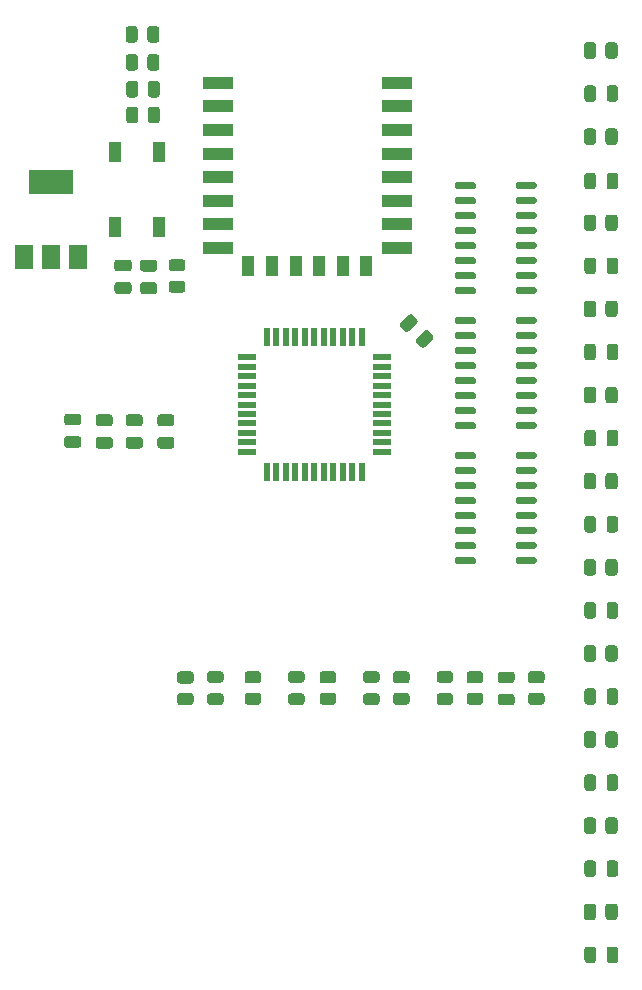
<source format=gtp>
G04 #@! TF.GenerationSoftware,KiCad,Pcbnew,(5.1.12)-1*
G04 #@! TF.CreationDate,2021-11-18T21:12:02+02:00*
G04 #@! TF.ProjectId,SmartHome,536d6172-7448-46f6-9d65-2e6b69636164,rev?*
G04 #@! TF.SameCoordinates,Original*
G04 #@! TF.FileFunction,Paste,Top*
G04 #@! TF.FilePolarity,Positive*
%FSLAX46Y46*%
G04 Gerber Fmt 4.6, Leading zero omitted, Abs format (unit mm)*
G04 Created by KiCad (PCBNEW (5.1.12)-1) date 2021-11-18 21:12:02*
%MOMM*%
%LPD*%
G01*
G04 APERTURE LIST*
%ADD10R,2.500000X1.000000*%
%ADD11R,1.000000X1.800000*%
%ADD12R,0.550000X1.500000*%
%ADD13R,1.500000X0.550000*%
%ADD14R,1.000000X1.700000*%
%ADD15R,3.800000X2.000000*%
%ADD16R,1.500000X2.000000*%
G04 APERTURE END LIST*
D10*
X164405000Y62682000D03*
X164405000Y60682000D03*
X164405000Y58682000D03*
X164405000Y56682000D03*
X164405000Y54682000D03*
X164405000Y52682000D03*
X164405000Y50682000D03*
X164405000Y48682000D03*
D11*
X167005000Y47182000D03*
X169005000Y47182000D03*
X171005000Y47182000D03*
X173005000Y47182000D03*
X175005000Y47182000D03*
X177005000Y47182000D03*
D10*
X179605000Y48682000D03*
X179605000Y50682000D03*
X179605000Y52682000D03*
X179605000Y54682000D03*
X179605000Y56682000D03*
X179605000Y58682000D03*
X179605000Y60682000D03*
X179605000Y62682000D03*
D12*
X168593000Y41133000D03*
X169393000Y41133000D03*
X170193000Y41133000D03*
X170993000Y41133000D03*
X171793000Y41133000D03*
X172593000Y41133000D03*
X173393000Y41133000D03*
X174193000Y41133000D03*
X174993000Y41133000D03*
X175793000Y41133000D03*
X176593000Y41133000D03*
D13*
X178293000Y39433000D03*
X178293000Y38633000D03*
X178293000Y37833000D03*
X178293000Y37033000D03*
X178293000Y36233000D03*
X178293000Y35433000D03*
X178293000Y34633000D03*
X178293000Y33833000D03*
X178293000Y33033000D03*
X178293000Y32233000D03*
X178293000Y31433000D03*
D12*
X176593000Y29733000D03*
X175793000Y29733000D03*
X174993000Y29733000D03*
X174193000Y29733000D03*
X173393000Y29733000D03*
X172593000Y29733000D03*
X171793000Y29733000D03*
X170993000Y29733000D03*
X170193000Y29733000D03*
X169393000Y29733000D03*
X168593000Y29733000D03*
D13*
X166893000Y31433000D03*
X166893000Y32233000D03*
X166893000Y33033000D03*
X166893000Y33833000D03*
X166893000Y34633000D03*
X166893000Y35433000D03*
X166893000Y36233000D03*
X166893000Y37033000D03*
X166893000Y37833000D03*
X166893000Y38633000D03*
X166893000Y39433000D03*
G36*
G01*
X189660000Y53825000D02*
X189660000Y54125000D01*
G75*
G02*
X189810000Y54275000I150000J0D01*
G01*
X191260000Y54275000D01*
G75*
G02*
X191410000Y54125000I0J-150000D01*
G01*
X191410000Y53825000D01*
G75*
G02*
X191260000Y53675000I-150000J0D01*
G01*
X189810000Y53675000D01*
G75*
G02*
X189660000Y53825000I0J150000D01*
G01*
G37*
G36*
G01*
X189660000Y52555000D02*
X189660000Y52855000D01*
G75*
G02*
X189810000Y53005000I150000J0D01*
G01*
X191260000Y53005000D01*
G75*
G02*
X191410000Y52855000I0J-150000D01*
G01*
X191410000Y52555000D01*
G75*
G02*
X191260000Y52405000I-150000J0D01*
G01*
X189810000Y52405000D01*
G75*
G02*
X189660000Y52555000I0J150000D01*
G01*
G37*
G36*
G01*
X189660000Y51285000D02*
X189660000Y51585000D01*
G75*
G02*
X189810000Y51735000I150000J0D01*
G01*
X191260000Y51735000D01*
G75*
G02*
X191410000Y51585000I0J-150000D01*
G01*
X191410000Y51285000D01*
G75*
G02*
X191260000Y51135000I-150000J0D01*
G01*
X189810000Y51135000D01*
G75*
G02*
X189660000Y51285000I0J150000D01*
G01*
G37*
G36*
G01*
X189660000Y50015000D02*
X189660000Y50315000D01*
G75*
G02*
X189810000Y50465000I150000J0D01*
G01*
X191260000Y50465000D01*
G75*
G02*
X191410000Y50315000I0J-150000D01*
G01*
X191410000Y50015000D01*
G75*
G02*
X191260000Y49865000I-150000J0D01*
G01*
X189810000Y49865000D01*
G75*
G02*
X189660000Y50015000I0J150000D01*
G01*
G37*
G36*
G01*
X189660000Y48745000D02*
X189660000Y49045000D01*
G75*
G02*
X189810000Y49195000I150000J0D01*
G01*
X191260000Y49195000D01*
G75*
G02*
X191410000Y49045000I0J-150000D01*
G01*
X191410000Y48745000D01*
G75*
G02*
X191260000Y48595000I-150000J0D01*
G01*
X189810000Y48595000D01*
G75*
G02*
X189660000Y48745000I0J150000D01*
G01*
G37*
G36*
G01*
X189660000Y47475000D02*
X189660000Y47775000D01*
G75*
G02*
X189810000Y47925000I150000J0D01*
G01*
X191260000Y47925000D01*
G75*
G02*
X191410000Y47775000I0J-150000D01*
G01*
X191410000Y47475000D01*
G75*
G02*
X191260000Y47325000I-150000J0D01*
G01*
X189810000Y47325000D01*
G75*
G02*
X189660000Y47475000I0J150000D01*
G01*
G37*
G36*
G01*
X189660000Y46205000D02*
X189660000Y46505000D01*
G75*
G02*
X189810000Y46655000I150000J0D01*
G01*
X191260000Y46655000D01*
G75*
G02*
X191410000Y46505000I0J-150000D01*
G01*
X191410000Y46205000D01*
G75*
G02*
X191260000Y46055000I-150000J0D01*
G01*
X189810000Y46055000D01*
G75*
G02*
X189660000Y46205000I0J150000D01*
G01*
G37*
G36*
G01*
X189660000Y44935000D02*
X189660000Y45235000D01*
G75*
G02*
X189810000Y45385000I150000J0D01*
G01*
X191260000Y45385000D01*
G75*
G02*
X191410000Y45235000I0J-150000D01*
G01*
X191410000Y44935000D01*
G75*
G02*
X191260000Y44785000I-150000J0D01*
G01*
X189810000Y44785000D01*
G75*
G02*
X189660000Y44935000I0J150000D01*
G01*
G37*
G36*
G01*
X184510000Y44935000D02*
X184510000Y45235000D01*
G75*
G02*
X184660000Y45385000I150000J0D01*
G01*
X186110000Y45385000D01*
G75*
G02*
X186260000Y45235000I0J-150000D01*
G01*
X186260000Y44935000D01*
G75*
G02*
X186110000Y44785000I-150000J0D01*
G01*
X184660000Y44785000D01*
G75*
G02*
X184510000Y44935000I0J150000D01*
G01*
G37*
G36*
G01*
X184510000Y46205000D02*
X184510000Y46505000D01*
G75*
G02*
X184660000Y46655000I150000J0D01*
G01*
X186110000Y46655000D01*
G75*
G02*
X186260000Y46505000I0J-150000D01*
G01*
X186260000Y46205000D01*
G75*
G02*
X186110000Y46055000I-150000J0D01*
G01*
X184660000Y46055000D01*
G75*
G02*
X184510000Y46205000I0J150000D01*
G01*
G37*
G36*
G01*
X184510000Y47475000D02*
X184510000Y47775000D01*
G75*
G02*
X184660000Y47925000I150000J0D01*
G01*
X186110000Y47925000D01*
G75*
G02*
X186260000Y47775000I0J-150000D01*
G01*
X186260000Y47475000D01*
G75*
G02*
X186110000Y47325000I-150000J0D01*
G01*
X184660000Y47325000D01*
G75*
G02*
X184510000Y47475000I0J150000D01*
G01*
G37*
G36*
G01*
X184510000Y48745000D02*
X184510000Y49045000D01*
G75*
G02*
X184660000Y49195000I150000J0D01*
G01*
X186110000Y49195000D01*
G75*
G02*
X186260000Y49045000I0J-150000D01*
G01*
X186260000Y48745000D01*
G75*
G02*
X186110000Y48595000I-150000J0D01*
G01*
X184660000Y48595000D01*
G75*
G02*
X184510000Y48745000I0J150000D01*
G01*
G37*
G36*
G01*
X184510000Y50015000D02*
X184510000Y50315000D01*
G75*
G02*
X184660000Y50465000I150000J0D01*
G01*
X186110000Y50465000D01*
G75*
G02*
X186260000Y50315000I0J-150000D01*
G01*
X186260000Y50015000D01*
G75*
G02*
X186110000Y49865000I-150000J0D01*
G01*
X184660000Y49865000D01*
G75*
G02*
X184510000Y50015000I0J150000D01*
G01*
G37*
G36*
G01*
X184510000Y51285000D02*
X184510000Y51585000D01*
G75*
G02*
X184660000Y51735000I150000J0D01*
G01*
X186110000Y51735000D01*
G75*
G02*
X186260000Y51585000I0J-150000D01*
G01*
X186260000Y51285000D01*
G75*
G02*
X186110000Y51135000I-150000J0D01*
G01*
X184660000Y51135000D01*
G75*
G02*
X184510000Y51285000I0J150000D01*
G01*
G37*
G36*
G01*
X184510000Y52555000D02*
X184510000Y52855000D01*
G75*
G02*
X184660000Y53005000I150000J0D01*
G01*
X186110000Y53005000D01*
G75*
G02*
X186260000Y52855000I0J-150000D01*
G01*
X186260000Y52555000D01*
G75*
G02*
X186110000Y52405000I-150000J0D01*
G01*
X184660000Y52405000D01*
G75*
G02*
X184510000Y52555000I0J150000D01*
G01*
G37*
G36*
G01*
X184510000Y53825000D02*
X184510000Y54125000D01*
G75*
G02*
X184660000Y54275000I150000J0D01*
G01*
X186110000Y54275000D01*
G75*
G02*
X186260000Y54125000I0J-150000D01*
G01*
X186260000Y53825000D01*
G75*
G02*
X186110000Y53675000I-150000J0D01*
G01*
X184660000Y53675000D01*
G75*
G02*
X184510000Y53825000I0J150000D01*
G01*
G37*
G36*
G01*
X189660000Y30965000D02*
X189660000Y31265000D01*
G75*
G02*
X189810000Y31415000I150000J0D01*
G01*
X191260000Y31415000D01*
G75*
G02*
X191410000Y31265000I0J-150000D01*
G01*
X191410000Y30965000D01*
G75*
G02*
X191260000Y30815000I-150000J0D01*
G01*
X189810000Y30815000D01*
G75*
G02*
X189660000Y30965000I0J150000D01*
G01*
G37*
G36*
G01*
X189660000Y29695000D02*
X189660000Y29995000D01*
G75*
G02*
X189810000Y30145000I150000J0D01*
G01*
X191260000Y30145000D01*
G75*
G02*
X191410000Y29995000I0J-150000D01*
G01*
X191410000Y29695000D01*
G75*
G02*
X191260000Y29545000I-150000J0D01*
G01*
X189810000Y29545000D01*
G75*
G02*
X189660000Y29695000I0J150000D01*
G01*
G37*
G36*
G01*
X189660000Y28425000D02*
X189660000Y28725000D01*
G75*
G02*
X189810000Y28875000I150000J0D01*
G01*
X191260000Y28875000D01*
G75*
G02*
X191410000Y28725000I0J-150000D01*
G01*
X191410000Y28425000D01*
G75*
G02*
X191260000Y28275000I-150000J0D01*
G01*
X189810000Y28275000D01*
G75*
G02*
X189660000Y28425000I0J150000D01*
G01*
G37*
G36*
G01*
X189660000Y27155000D02*
X189660000Y27455000D01*
G75*
G02*
X189810000Y27605000I150000J0D01*
G01*
X191260000Y27605000D01*
G75*
G02*
X191410000Y27455000I0J-150000D01*
G01*
X191410000Y27155000D01*
G75*
G02*
X191260000Y27005000I-150000J0D01*
G01*
X189810000Y27005000D01*
G75*
G02*
X189660000Y27155000I0J150000D01*
G01*
G37*
G36*
G01*
X189660000Y25885000D02*
X189660000Y26185000D01*
G75*
G02*
X189810000Y26335000I150000J0D01*
G01*
X191260000Y26335000D01*
G75*
G02*
X191410000Y26185000I0J-150000D01*
G01*
X191410000Y25885000D01*
G75*
G02*
X191260000Y25735000I-150000J0D01*
G01*
X189810000Y25735000D01*
G75*
G02*
X189660000Y25885000I0J150000D01*
G01*
G37*
G36*
G01*
X189660000Y24615000D02*
X189660000Y24915000D01*
G75*
G02*
X189810000Y25065000I150000J0D01*
G01*
X191260000Y25065000D01*
G75*
G02*
X191410000Y24915000I0J-150000D01*
G01*
X191410000Y24615000D01*
G75*
G02*
X191260000Y24465000I-150000J0D01*
G01*
X189810000Y24465000D01*
G75*
G02*
X189660000Y24615000I0J150000D01*
G01*
G37*
G36*
G01*
X189660000Y23345000D02*
X189660000Y23645000D01*
G75*
G02*
X189810000Y23795000I150000J0D01*
G01*
X191260000Y23795000D01*
G75*
G02*
X191410000Y23645000I0J-150000D01*
G01*
X191410000Y23345000D01*
G75*
G02*
X191260000Y23195000I-150000J0D01*
G01*
X189810000Y23195000D01*
G75*
G02*
X189660000Y23345000I0J150000D01*
G01*
G37*
G36*
G01*
X189660000Y22075000D02*
X189660000Y22375000D01*
G75*
G02*
X189810000Y22525000I150000J0D01*
G01*
X191260000Y22525000D01*
G75*
G02*
X191410000Y22375000I0J-150000D01*
G01*
X191410000Y22075000D01*
G75*
G02*
X191260000Y21925000I-150000J0D01*
G01*
X189810000Y21925000D01*
G75*
G02*
X189660000Y22075000I0J150000D01*
G01*
G37*
G36*
G01*
X184510000Y22075000D02*
X184510000Y22375000D01*
G75*
G02*
X184660000Y22525000I150000J0D01*
G01*
X186110000Y22525000D01*
G75*
G02*
X186260000Y22375000I0J-150000D01*
G01*
X186260000Y22075000D01*
G75*
G02*
X186110000Y21925000I-150000J0D01*
G01*
X184660000Y21925000D01*
G75*
G02*
X184510000Y22075000I0J150000D01*
G01*
G37*
G36*
G01*
X184510000Y23345000D02*
X184510000Y23645000D01*
G75*
G02*
X184660000Y23795000I150000J0D01*
G01*
X186110000Y23795000D01*
G75*
G02*
X186260000Y23645000I0J-150000D01*
G01*
X186260000Y23345000D01*
G75*
G02*
X186110000Y23195000I-150000J0D01*
G01*
X184660000Y23195000D01*
G75*
G02*
X184510000Y23345000I0J150000D01*
G01*
G37*
G36*
G01*
X184510000Y24615000D02*
X184510000Y24915000D01*
G75*
G02*
X184660000Y25065000I150000J0D01*
G01*
X186110000Y25065000D01*
G75*
G02*
X186260000Y24915000I0J-150000D01*
G01*
X186260000Y24615000D01*
G75*
G02*
X186110000Y24465000I-150000J0D01*
G01*
X184660000Y24465000D01*
G75*
G02*
X184510000Y24615000I0J150000D01*
G01*
G37*
G36*
G01*
X184510000Y25885000D02*
X184510000Y26185000D01*
G75*
G02*
X184660000Y26335000I150000J0D01*
G01*
X186110000Y26335000D01*
G75*
G02*
X186260000Y26185000I0J-150000D01*
G01*
X186260000Y25885000D01*
G75*
G02*
X186110000Y25735000I-150000J0D01*
G01*
X184660000Y25735000D01*
G75*
G02*
X184510000Y25885000I0J150000D01*
G01*
G37*
G36*
G01*
X184510000Y27155000D02*
X184510000Y27455000D01*
G75*
G02*
X184660000Y27605000I150000J0D01*
G01*
X186110000Y27605000D01*
G75*
G02*
X186260000Y27455000I0J-150000D01*
G01*
X186260000Y27155000D01*
G75*
G02*
X186110000Y27005000I-150000J0D01*
G01*
X184660000Y27005000D01*
G75*
G02*
X184510000Y27155000I0J150000D01*
G01*
G37*
G36*
G01*
X184510000Y28425000D02*
X184510000Y28725000D01*
G75*
G02*
X184660000Y28875000I150000J0D01*
G01*
X186110000Y28875000D01*
G75*
G02*
X186260000Y28725000I0J-150000D01*
G01*
X186260000Y28425000D01*
G75*
G02*
X186110000Y28275000I-150000J0D01*
G01*
X184660000Y28275000D01*
G75*
G02*
X184510000Y28425000I0J150000D01*
G01*
G37*
G36*
G01*
X184510000Y29695000D02*
X184510000Y29995000D01*
G75*
G02*
X184660000Y30145000I150000J0D01*
G01*
X186110000Y30145000D01*
G75*
G02*
X186260000Y29995000I0J-150000D01*
G01*
X186260000Y29695000D01*
G75*
G02*
X186110000Y29545000I-150000J0D01*
G01*
X184660000Y29545000D01*
G75*
G02*
X184510000Y29695000I0J150000D01*
G01*
G37*
G36*
G01*
X184510000Y30965000D02*
X184510000Y31265000D01*
G75*
G02*
X184660000Y31415000I150000J0D01*
G01*
X186110000Y31415000D01*
G75*
G02*
X186260000Y31265000I0J-150000D01*
G01*
X186260000Y30965000D01*
G75*
G02*
X186110000Y30815000I-150000J0D01*
G01*
X184660000Y30815000D01*
G75*
G02*
X184510000Y30965000I0J150000D01*
G01*
G37*
G36*
G01*
X189660000Y42395000D02*
X189660000Y42695000D01*
G75*
G02*
X189810000Y42845000I150000J0D01*
G01*
X191260000Y42845000D01*
G75*
G02*
X191410000Y42695000I0J-150000D01*
G01*
X191410000Y42395000D01*
G75*
G02*
X191260000Y42245000I-150000J0D01*
G01*
X189810000Y42245000D01*
G75*
G02*
X189660000Y42395000I0J150000D01*
G01*
G37*
G36*
G01*
X189660000Y41125000D02*
X189660000Y41425000D01*
G75*
G02*
X189810000Y41575000I150000J0D01*
G01*
X191260000Y41575000D01*
G75*
G02*
X191410000Y41425000I0J-150000D01*
G01*
X191410000Y41125000D01*
G75*
G02*
X191260000Y40975000I-150000J0D01*
G01*
X189810000Y40975000D01*
G75*
G02*
X189660000Y41125000I0J150000D01*
G01*
G37*
G36*
G01*
X189660000Y39855000D02*
X189660000Y40155000D01*
G75*
G02*
X189810000Y40305000I150000J0D01*
G01*
X191260000Y40305000D01*
G75*
G02*
X191410000Y40155000I0J-150000D01*
G01*
X191410000Y39855000D01*
G75*
G02*
X191260000Y39705000I-150000J0D01*
G01*
X189810000Y39705000D01*
G75*
G02*
X189660000Y39855000I0J150000D01*
G01*
G37*
G36*
G01*
X189660000Y38585000D02*
X189660000Y38885000D01*
G75*
G02*
X189810000Y39035000I150000J0D01*
G01*
X191260000Y39035000D01*
G75*
G02*
X191410000Y38885000I0J-150000D01*
G01*
X191410000Y38585000D01*
G75*
G02*
X191260000Y38435000I-150000J0D01*
G01*
X189810000Y38435000D01*
G75*
G02*
X189660000Y38585000I0J150000D01*
G01*
G37*
G36*
G01*
X189660000Y37315000D02*
X189660000Y37615000D01*
G75*
G02*
X189810000Y37765000I150000J0D01*
G01*
X191260000Y37765000D01*
G75*
G02*
X191410000Y37615000I0J-150000D01*
G01*
X191410000Y37315000D01*
G75*
G02*
X191260000Y37165000I-150000J0D01*
G01*
X189810000Y37165000D01*
G75*
G02*
X189660000Y37315000I0J150000D01*
G01*
G37*
G36*
G01*
X189660000Y36045000D02*
X189660000Y36345000D01*
G75*
G02*
X189810000Y36495000I150000J0D01*
G01*
X191260000Y36495000D01*
G75*
G02*
X191410000Y36345000I0J-150000D01*
G01*
X191410000Y36045000D01*
G75*
G02*
X191260000Y35895000I-150000J0D01*
G01*
X189810000Y35895000D01*
G75*
G02*
X189660000Y36045000I0J150000D01*
G01*
G37*
G36*
G01*
X189660000Y34775000D02*
X189660000Y35075000D01*
G75*
G02*
X189810000Y35225000I150000J0D01*
G01*
X191260000Y35225000D01*
G75*
G02*
X191410000Y35075000I0J-150000D01*
G01*
X191410000Y34775000D01*
G75*
G02*
X191260000Y34625000I-150000J0D01*
G01*
X189810000Y34625000D01*
G75*
G02*
X189660000Y34775000I0J150000D01*
G01*
G37*
G36*
G01*
X189660000Y33505000D02*
X189660000Y33805000D01*
G75*
G02*
X189810000Y33955000I150000J0D01*
G01*
X191260000Y33955000D01*
G75*
G02*
X191410000Y33805000I0J-150000D01*
G01*
X191410000Y33505000D01*
G75*
G02*
X191260000Y33355000I-150000J0D01*
G01*
X189810000Y33355000D01*
G75*
G02*
X189660000Y33505000I0J150000D01*
G01*
G37*
G36*
G01*
X184510000Y33505000D02*
X184510000Y33805000D01*
G75*
G02*
X184660000Y33955000I150000J0D01*
G01*
X186110000Y33955000D01*
G75*
G02*
X186260000Y33805000I0J-150000D01*
G01*
X186260000Y33505000D01*
G75*
G02*
X186110000Y33355000I-150000J0D01*
G01*
X184660000Y33355000D01*
G75*
G02*
X184510000Y33505000I0J150000D01*
G01*
G37*
G36*
G01*
X184510000Y34775000D02*
X184510000Y35075000D01*
G75*
G02*
X184660000Y35225000I150000J0D01*
G01*
X186110000Y35225000D01*
G75*
G02*
X186260000Y35075000I0J-150000D01*
G01*
X186260000Y34775000D01*
G75*
G02*
X186110000Y34625000I-150000J0D01*
G01*
X184660000Y34625000D01*
G75*
G02*
X184510000Y34775000I0J150000D01*
G01*
G37*
G36*
G01*
X184510000Y36045000D02*
X184510000Y36345000D01*
G75*
G02*
X184660000Y36495000I150000J0D01*
G01*
X186110000Y36495000D01*
G75*
G02*
X186260000Y36345000I0J-150000D01*
G01*
X186260000Y36045000D01*
G75*
G02*
X186110000Y35895000I-150000J0D01*
G01*
X184660000Y35895000D01*
G75*
G02*
X184510000Y36045000I0J150000D01*
G01*
G37*
G36*
G01*
X184510000Y37315000D02*
X184510000Y37615000D01*
G75*
G02*
X184660000Y37765000I150000J0D01*
G01*
X186110000Y37765000D01*
G75*
G02*
X186260000Y37615000I0J-150000D01*
G01*
X186260000Y37315000D01*
G75*
G02*
X186110000Y37165000I-150000J0D01*
G01*
X184660000Y37165000D01*
G75*
G02*
X184510000Y37315000I0J150000D01*
G01*
G37*
G36*
G01*
X184510000Y38585000D02*
X184510000Y38885000D01*
G75*
G02*
X184660000Y39035000I150000J0D01*
G01*
X186110000Y39035000D01*
G75*
G02*
X186260000Y38885000I0J-150000D01*
G01*
X186260000Y38585000D01*
G75*
G02*
X186110000Y38435000I-150000J0D01*
G01*
X184660000Y38435000D01*
G75*
G02*
X184510000Y38585000I0J150000D01*
G01*
G37*
G36*
G01*
X184510000Y39855000D02*
X184510000Y40155000D01*
G75*
G02*
X184660000Y40305000I150000J0D01*
G01*
X186110000Y40305000D01*
G75*
G02*
X186260000Y40155000I0J-150000D01*
G01*
X186260000Y39855000D01*
G75*
G02*
X186110000Y39705000I-150000J0D01*
G01*
X184660000Y39705000D01*
G75*
G02*
X184510000Y39855000I0J150000D01*
G01*
G37*
G36*
G01*
X184510000Y41125000D02*
X184510000Y41425000D01*
G75*
G02*
X184660000Y41575000I150000J0D01*
G01*
X186110000Y41575000D01*
G75*
G02*
X186260000Y41425000I0J-150000D01*
G01*
X186260000Y41125000D01*
G75*
G02*
X186110000Y40975000I-150000J0D01*
G01*
X184660000Y40975000D01*
G75*
G02*
X184510000Y41125000I0J150000D01*
G01*
G37*
G36*
G01*
X184510000Y42395000D02*
X184510000Y42695000D01*
G75*
G02*
X184660000Y42845000I150000J0D01*
G01*
X186110000Y42845000D01*
G75*
G02*
X186260000Y42695000I0J-150000D01*
G01*
X186260000Y42395000D01*
G75*
G02*
X186110000Y42245000I-150000J0D01*
G01*
X184660000Y42245000D01*
G75*
G02*
X184510000Y42395000I0J150000D01*
G01*
G37*
G36*
G01*
X174186001Y11830000D02*
X173285999Y11830000D01*
G75*
G02*
X173036000Y12079999I0J249999D01*
G01*
X173036000Y12605001D01*
G75*
G02*
X173285999Y12855000I249999J0D01*
G01*
X174186001Y12855000D01*
G75*
G02*
X174436000Y12605001I0J-249999D01*
G01*
X174436000Y12079999D01*
G75*
G02*
X174186001Y11830000I-249999J0D01*
G01*
G37*
G36*
G01*
X174186001Y10005000D02*
X173285999Y10005000D01*
G75*
G02*
X173036000Y10254999I0J249999D01*
G01*
X173036000Y10780001D01*
G75*
G02*
X173285999Y11030000I249999J0D01*
G01*
X174186001Y11030000D01*
G75*
G02*
X174436000Y10780001I0J-249999D01*
G01*
X174436000Y10254999D01*
G75*
G02*
X174186001Y10005000I-249999J0D01*
G01*
G37*
G36*
G01*
X167836001Y11830000D02*
X166935999Y11830000D01*
G75*
G02*
X166686000Y12079999I0J249999D01*
G01*
X166686000Y12605001D01*
G75*
G02*
X166935999Y12855000I249999J0D01*
G01*
X167836001Y12855000D01*
G75*
G02*
X168086000Y12605001I0J-249999D01*
G01*
X168086000Y12079999D01*
G75*
G02*
X167836001Y11830000I-249999J0D01*
G01*
G37*
G36*
G01*
X167836001Y10005000D02*
X166935999Y10005000D01*
G75*
G02*
X166686000Y10254999I0J249999D01*
G01*
X166686000Y10780001D01*
G75*
G02*
X166935999Y11030000I249999J0D01*
G01*
X167836001Y11030000D01*
G75*
G02*
X168086000Y10780001I0J-249999D01*
G01*
X168086000Y10254999D01*
G75*
G02*
X167836001Y10005000I-249999J0D01*
G01*
G37*
G36*
G01*
X186632001Y11830000D02*
X185731999Y11830000D01*
G75*
G02*
X185482000Y12079999I0J249999D01*
G01*
X185482000Y12605001D01*
G75*
G02*
X185731999Y12855000I249999J0D01*
G01*
X186632001Y12855000D01*
G75*
G02*
X186882000Y12605001I0J-249999D01*
G01*
X186882000Y12079999D01*
G75*
G02*
X186632001Y11830000I-249999J0D01*
G01*
G37*
G36*
G01*
X186632001Y10005000D02*
X185731999Y10005000D01*
G75*
G02*
X185482000Y10254999I0J249999D01*
G01*
X185482000Y10780001D01*
G75*
G02*
X185731999Y11030000I249999J0D01*
G01*
X186632001Y11030000D01*
G75*
G02*
X186882000Y10780001I0J-249999D01*
G01*
X186882000Y10254999D01*
G75*
G02*
X186632001Y10005000I-249999J0D01*
G01*
G37*
G36*
G01*
X180409001Y11830000D02*
X179508999Y11830000D01*
G75*
G02*
X179259000Y12079999I0J249999D01*
G01*
X179259000Y12605001D01*
G75*
G02*
X179508999Y12855000I249999J0D01*
G01*
X180409001Y12855000D01*
G75*
G02*
X180659000Y12605001I0J-249999D01*
G01*
X180659000Y12079999D01*
G75*
G02*
X180409001Y11830000I-249999J0D01*
G01*
G37*
G36*
G01*
X180409001Y10005000D02*
X179508999Y10005000D01*
G75*
G02*
X179259000Y10254999I0J249999D01*
G01*
X179259000Y10780001D01*
G75*
G02*
X179508999Y11030000I249999J0D01*
G01*
X180409001Y11030000D01*
G75*
G02*
X180659000Y10780001I0J-249999D01*
G01*
X180659000Y10254999D01*
G75*
G02*
X180409001Y10005000I-249999J0D01*
G01*
G37*
G36*
G01*
X197250000Y-7967581D02*
X197250000Y-7067579D01*
G75*
G02*
X197499999Y-6817580I249999J0D01*
G01*
X198025001Y-6817580D01*
G75*
G02*
X198275000Y-7067579I0J-249999D01*
G01*
X198275000Y-7967581D01*
G75*
G02*
X198025001Y-8217580I-249999J0D01*
G01*
X197499999Y-8217580D01*
G75*
G02*
X197250000Y-7967581I0J249999D01*
G01*
G37*
G36*
G01*
X195425000Y-7967581D02*
X195425000Y-7067579D01*
G75*
G02*
X195674999Y-6817580I249999J0D01*
G01*
X196200001Y-6817580D01*
G75*
G02*
X196450000Y-7067579I0J-249999D01*
G01*
X196450000Y-7967581D01*
G75*
G02*
X196200001Y-8217580I-249999J0D01*
G01*
X195674999Y-8217580D01*
G75*
G02*
X195425000Y-7967581I0J249999D01*
G01*
G37*
G36*
G01*
X191839001Y11830000D02*
X190938999Y11830000D01*
G75*
G02*
X190689000Y12079999I0J249999D01*
G01*
X190689000Y12605001D01*
G75*
G02*
X190938999Y12855000I249999J0D01*
G01*
X191839001Y12855000D01*
G75*
G02*
X192089000Y12605001I0J-249999D01*
G01*
X192089000Y12079999D01*
G75*
G02*
X191839001Y11830000I-249999J0D01*
G01*
G37*
G36*
G01*
X191839001Y10005000D02*
X190938999Y10005000D01*
G75*
G02*
X190689000Y10254999I0J249999D01*
G01*
X190689000Y10780001D01*
G75*
G02*
X190938999Y11030000I249999J0D01*
G01*
X191839001Y11030000D01*
G75*
G02*
X192089000Y10780001I0J-249999D01*
G01*
X192089000Y10254999D01*
G75*
G02*
X191839001Y10005000I-249999J0D01*
G01*
G37*
G36*
G01*
X197250000Y6616935D02*
X197250000Y7516937D01*
G75*
G02*
X197499999Y7766936I249999J0D01*
G01*
X198025001Y7766936D01*
G75*
G02*
X198275000Y7516937I0J-249999D01*
G01*
X198275000Y6616935D01*
G75*
G02*
X198025001Y6366936I-249999J0D01*
G01*
X197499999Y6366936D01*
G75*
G02*
X197250000Y6616935I0J249999D01*
G01*
G37*
G36*
G01*
X195425000Y6616935D02*
X195425000Y7516937D01*
G75*
G02*
X195674999Y7766936I249999J0D01*
G01*
X196200001Y7766936D01*
G75*
G02*
X196450000Y7516937I0J-249999D01*
G01*
X196450000Y6616935D01*
G75*
G02*
X196200001Y6366936I-249999J0D01*
G01*
X195674999Y6366936D01*
G75*
G02*
X195425000Y6616935I0J249999D01*
G01*
G37*
G36*
G01*
X197250000Y-675323D02*
X197250000Y224679D01*
G75*
G02*
X197499999Y474678I249999J0D01*
G01*
X198025001Y474678D01*
G75*
G02*
X198275000Y224679I0J-249999D01*
G01*
X198275000Y-675323D01*
G75*
G02*
X198025001Y-925322I-249999J0D01*
G01*
X197499999Y-925322D01*
G75*
G02*
X197250000Y-675323I0J249999D01*
G01*
G37*
G36*
G01*
X195425000Y-675323D02*
X195425000Y224679D01*
G75*
G02*
X195674999Y474678I249999J0D01*
G01*
X196200001Y474678D01*
G75*
G02*
X196450000Y224679I0J-249999D01*
G01*
X196450000Y-675323D01*
G75*
G02*
X196200001Y-925322I-249999J0D01*
G01*
X195674999Y-925322D01*
G75*
G02*
X195425000Y-675323I0J249999D01*
G01*
G37*
G36*
G01*
X197250000Y21201451D02*
X197250000Y22101453D01*
G75*
G02*
X197499999Y22351452I249999J0D01*
G01*
X198025001Y22351452D01*
G75*
G02*
X198275000Y22101453I0J-249999D01*
G01*
X198275000Y21201451D01*
G75*
G02*
X198025001Y20951452I-249999J0D01*
G01*
X197499999Y20951452D01*
G75*
G02*
X197250000Y21201451I0J249999D01*
G01*
G37*
G36*
G01*
X195425000Y21201451D02*
X195425000Y22101453D01*
G75*
G02*
X195674999Y22351452I249999J0D01*
G01*
X196200001Y22351452D01*
G75*
G02*
X196450000Y22101453I0J-249999D01*
G01*
X196450000Y21201451D01*
G75*
G02*
X196200001Y20951452I-249999J0D01*
G01*
X195674999Y20951452D01*
G75*
G02*
X195425000Y21201451I0J249999D01*
G01*
G37*
G36*
G01*
X197250000Y13909193D02*
X197250000Y14809195D01*
G75*
G02*
X197499999Y15059194I249999J0D01*
G01*
X198025001Y15059194D01*
G75*
G02*
X198275000Y14809195I0J-249999D01*
G01*
X198275000Y13909193D01*
G75*
G02*
X198025001Y13659194I-249999J0D01*
G01*
X197499999Y13659194D01*
G75*
G02*
X197250000Y13909193I0J249999D01*
G01*
G37*
G36*
G01*
X195425000Y13909193D02*
X195425000Y14809195D01*
G75*
G02*
X195674999Y15059194I249999J0D01*
G01*
X196200001Y15059194D01*
G75*
G02*
X196450000Y14809195I0J-249999D01*
G01*
X196450000Y13909193D01*
G75*
G02*
X196200001Y13659194I-249999J0D01*
G01*
X195674999Y13659194D01*
G75*
G02*
X195425000Y13909193I0J249999D01*
G01*
G37*
G36*
G01*
X197250000Y35785967D02*
X197250000Y36685969D01*
G75*
G02*
X197499999Y36935968I249999J0D01*
G01*
X198025001Y36935968D01*
G75*
G02*
X198275000Y36685969I0J-249999D01*
G01*
X198275000Y35785967D01*
G75*
G02*
X198025001Y35535968I-249999J0D01*
G01*
X197499999Y35535968D01*
G75*
G02*
X197250000Y35785967I0J249999D01*
G01*
G37*
G36*
G01*
X195425000Y35785967D02*
X195425000Y36685969D01*
G75*
G02*
X195674999Y36935968I249999J0D01*
G01*
X196200001Y36935968D01*
G75*
G02*
X196450000Y36685969I0J-249999D01*
G01*
X196450000Y35785967D01*
G75*
G02*
X196200001Y35535968I-249999J0D01*
G01*
X195674999Y35535968D01*
G75*
G02*
X195425000Y35785967I0J249999D01*
G01*
G37*
G36*
G01*
X197250000Y28493709D02*
X197250000Y29393711D01*
G75*
G02*
X197499999Y29643710I249999J0D01*
G01*
X198025001Y29643710D01*
G75*
G02*
X198275000Y29393711I0J-249999D01*
G01*
X198275000Y28493709D01*
G75*
G02*
X198025001Y28243710I-249999J0D01*
G01*
X197499999Y28243710D01*
G75*
G02*
X197250000Y28493709I0J249999D01*
G01*
G37*
G36*
G01*
X195425000Y28493709D02*
X195425000Y29393711D01*
G75*
G02*
X195674999Y29643710I249999J0D01*
G01*
X196200001Y29643710D01*
G75*
G02*
X196450000Y29393711I0J-249999D01*
G01*
X196450000Y28493709D01*
G75*
G02*
X196200001Y28243710I-249999J0D01*
G01*
X195674999Y28243710D01*
G75*
G02*
X195425000Y28493709I0J249999D01*
G01*
G37*
G36*
G01*
X197250000Y50370483D02*
X197250000Y51270485D01*
G75*
G02*
X197499999Y51520484I249999J0D01*
G01*
X198025001Y51520484D01*
G75*
G02*
X198275000Y51270485I0J-249999D01*
G01*
X198275000Y50370483D01*
G75*
G02*
X198025001Y50120484I-249999J0D01*
G01*
X197499999Y50120484D01*
G75*
G02*
X197250000Y50370483I0J249999D01*
G01*
G37*
G36*
G01*
X195425000Y50370483D02*
X195425000Y51270485D01*
G75*
G02*
X195674999Y51520484I249999J0D01*
G01*
X196200001Y51520484D01*
G75*
G02*
X196450000Y51270485I0J-249999D01*
G01*
X196450000Y50370483D01*
G75*
G02*
X196200001Y50120484I-249999J0D01*
G01*
X195674999Y50120484D01*
G75*
G02*
X195425000Y50370483I0J249999D01*
G01*
G37*
G36*
G01*
X197250000Y43078225D02*
X197250000Y43978227D01*
G75*
G02*
X197499999Y44228226I249999J0D01*
G01*
X198025001Y44228226D01*
G75*
G02*
X198275000Y43978227I0J-249999D01*
G01*
X198275000Y43078225D01*
G75*
G02*
X198025001Y42828226I-249999J0D01*
G01*
X197499999Y42828226D01*
G75*
G02*
X197250000Y43078225I0J249999D01*
G01*
G37*
G36*
G01*
X195425000Y43078225D02*
X195425000Y43978227D01*
G75*
G02*
X195674999Y44228226I249999J0D01*
G01*
X196200001Y44228226D01*
G75*
G02*
X196450000Y43978227I0J-249999D01*
G01*
X196450000Y43078225D01*
G75*
G02*
X196200001Y42828226I-249999J0D01*
G01*
X195674999Y42828226D01*
G75*
G02*
X195425000Y43078225I0J249999D01*
G01*
G37*
G36*
G01*
X197250000Y64954999D02*
X197250000Y65855001D01*
G75*
G02*
X197499999Y66105000I249999J0D01*
G01*
X198025001Y66105000D01*
G75*
G02*
X198275000Y65855001I0J-249999D01*
G01*
X198275000Y64954999D01*
G75*
G02*
X198025001Y64705000I-249999J0D01*
G01*
X197499999Y64705000D01*
G75*
G02*
X197250000Y64954999I0J249999D01*
G01*
G37*
G36*
G01*
X195425000Y64954999D02*
X195425000Y65855001D01*
G75*
G02*
X195674999Y66105000I249999J0D01*
G01*
X196200001Y66105000D01*
G75*
G02*
X196450000Y65855001I0J-249999D01*
G01*
X196450000Y64954999D01*
G75*
G02*
X196200001Y64705000I-249999J0D01*
G01*
X195674999Y64705000D01*
G75*
G02*
X195425000Y64954999I0J249999D01*
G01*
G37*
G36*
G01*
X197250000Y57662741D02*
X197250000Y58562743D01*
G75*
G02*
X197499999Y58812742I249999J0D01*
G01*
X198025001Y58812742D01*
G75*
G02*
X198275000Y58562743I0J-249999D01*
G01*
X198275000Y57662741D01*
G75*
G02*
X198025001Y57412742I-249999J0D01*
G01*
X197499999Y57412742D01*
G75*
G02*
X197250000Y57662741I0J249999D01*
G01*
G37*
G36*
G01*
X195425000Y57662741D02*
X195425000Y58562743D01*
G75*
G02*
X195674999Y58812742I249999J0D01*
G01*
X196200001Y58812742D01*
G75*
G02*
X196450000Y58562743I0J-249999D01*
G01*
X196450000Y57662741D01*
G75*
G02*
X196200001Y57412742I-249999J0D01*
G01*
X195674999Y57412742D01*
G75*
G02*
X195425000Y57662741I0J249999D01*
G01*
G37*
G36*
G01*
X170612750Y10980000D02*
X171525250Y10980000D01*
G75*
G02*
X171769000Y10736250I0J-243750D01*
G01*
X171769000Y10248750D01*
G75*
G02*
X171525250Y10005000I-243750J0D01*
G01*
X170612750Y10005000D01*
G75*
G02*
X170369000Y10248750I0J243750D01*
G01*
X170369000Y10736250D01*
G75*
G02*
X170612750Y10980000I243750J0D01*
G01*
G37*
G36*
G01*
X170612750Y12855000D02*
X171525250Y12855000D01*
G75*
G02*
X171769000Y12611250I0J-243750D01*
G01*
X171769000Y12123750D01*
G75*
G02*
X171525250Y11880000I-243750J0D01*
G01*
X170612750Y11880000D01*
G75*
G02*
X170369000Y12123750I0J243750D01*
G01*
X170369000Y12611250D01*
G75*
G02*
X170612750Y12855000I243750J0D01*
G01*
G37*
G36*
G01*
X163754750Y10980000D02*
X164667250Y10980000D01*
G75*
G02*
X164911000Y10736250I0J-243750D01*
G01*
X164911000Y10248750D01*
G75*
G02*
X164667250Y10005000I-243750J0D01*
G01*
X163754750Y10005000D01*
G75*
G02*
X163511000Y10248750I0J243750D01*
G01*
X163511000Y10736250D01*
G75*
G02*
X163754750Y10980000I243750J0D01*
G01*
G37*
G36*
G01*
X163754750Y12855000D02*
X164667250Y12855000D01*
G75*
G02*
X164911000Y12611250I0J-243750D01*
G01*
X164911000Y12123750D01*
G75*
G02*
X164667250Y11880000I-243750J0D01*
G01*
X163754750Y11880000D01*
G75*
G02*
X163511000Y12123750I0J243750D01*
G01*
X163511000Y12611250D01*
G75*
G02*
X163754750Y12855000I243750J0D01*
G01*
G37*
G36*
G01*
X183185750Y10980000D02*
X184098250Y10980000D01*
G75*
G02*
X184342000Y10736250I0J-243750D01*
G01*
X184342000Y10248750D01*
G75*
G02*
X184098250Y10005000I-243750J0D01*
G01*
X183185750Y10005000D01*
G75*
G02*
X182942000Y10248750I0J243750D01*
G01*
X182942000Y10736250D01*
G75*
G02*
X183185750Y10980000I243750J0D01*
G01*
G37*
G36*
G01*
X183185750Y12855000D02*
X184098250Y12855000D01*
G75*
G02*
X184342000Y12611250I0J-243750D01*
G01*
X184342000Y12123750D01*
G75*
G02*
X184098250Y11880000I-243750J0D01*
G01*
X183185750Y11880000D01*
G75*
G02*
X182942000Y12123750I0J243750D01*
G01*
X182942000Y12611250D01*
G75*
G02*
X183185750Y12855000I243750J0D01*
G01*
G37*
G36*
G01*
X176962750Y10980000D02*
X177875250Y10980000D01*
G75*
G02*
X178119000Y10736250I0J-243750D01*
G01*
X178119000Y10248750D01*
G75*
G02*
X177875250Y10005000I-243750J0D01*
G01*
X176962750Y10005000D01*
G75*
G02*
X176719000Y10248750I0J243750D01*
G01*
X176719000Y10736250D01*
G75*
G02*
X176962750Y10980000I243750J0D01*
G01*
G37*
G36*
G01*
X176962750Y12855000D02*
X177875250Y12855000D01*
G75*
G02*
X178119000Y12611250I0J-243750D01*
G01*
X178119000Y12123750D01*
G75*
G02*
X177875250Y11880000I-243750J0D01*
G01*
X176962750Y11880000D01*
G75*
G02*
X176719000Y12123750I0J243750D01*
G01*
X176719000Y12611250D01*
G75*
G02*
X176962750Y12855000I243750J0D01*
G01*
G37*
G36*
G01*
X196440000Y-10707459D02*
X196440000Y-11619959D01*
G75*
G02*
X196196250Y-11863709I-243750J0D01*
G01*
X195708750Y-11863709D01*
G75*
G02*
X195465000Y-11619959I0J243750D01*
G01*
X195465000Y-10707459D01*
G75*
G02*
X195708750Y-10463709I243750J0D01*
G01*
X196196250Y-10463709D01*
G75*
G02*
X196440000Y-10707459I0J-243750D01*
G01*
G37*
G36*
G01*
X198315000Y-10707459D02*
X198315000Y-11619959D01*
G75*
G02*
X198071250Y-11863709I-243750J0D01*
G01*
X197583750Y-11863709D01*
G75*
G02*
X197340000Y-11619959I0J243750D01*
G01*
X197340000Y-10707459D01*
G75*
G02*
X197583750Y-10463709I243750J0D01*
G01*
X198071250Y-10463709D01*
G75*
G02*
X198315000Y-10707459I0J-243750D01*
G01*
G37*
G36*
G01*
X188392750Y10940000D02*
X189305250Y10940000D01*
G75*
G02*
X189549000Y10696250I0J-243750D01*
G01*
X189549000Y10208750D01*
G75*
G02*
X189305250Y9965000I-243750J0D01*
G01*
X188392750Y9965000D01*
G75*
G02*
X188149000Y10208750I0J243750D01*
G01*
X188149000Y10696250D01*
G75*
G02*
X188392750Y10940000I243750J0D01*
G01*
G37*
G36*
G01*
X188392750Y12815000D02*
X189305250Y12815000D01*
G75*
G02*
X189549000Y12571250I0J-243750D01*
G01*
X189549000Y12083750D01*
G75*
G02*
X189305250Y11840000I-243750J0D01*
G01*
X188392750Y11840000D01*
G75*
G02*
X188149000Y12083750I0J243750D01*
G01*
X188149000Y12571250D01*
G75*
G02*
X188392750Y12815000I243750J0D01*
G01*
G37*
G36*
G01*
X196440000Y3877057D02*
X196440000Y2964557D01*
G75*
G02*
X196196250Y2720807I-243750J0D01*
G01*
X195708750Y2720807D01*
G75*
G02*
X195465000Y2964557I0J243750D01*
G01*
X195465000Y3877057D01*
G75*
G02*
X195708750Y4120807I243750J0D01*
G01*
X196196250Y4120807D01*
G75*
G02*
X196440000Y3877057I0J-243750D01*
G01*
G37*
G36*
G01*
X198315000Y3877057D02*
X198315000Y2964557D01*
G75*
G02*
X198071250Y2720807I-243750J0D01*
G01*
X197583750Y2720807D01*
G75*
G02*
X197340000Y2964557I0J243750D01*
G01*
X197340000Y3877057D01*
G75*
G02*
X197583750Y4120807I243750J0D01*
G01*
X198071250Y4120807D01*
G75*
G02*
X198315000Y3877057I0J-243750D01*
G01*
G37*
G36*
G01*
X196440000Y-3415201D02*
X196440000Y-4327701D01*
G75*
G02*
X196196250Y-4571451I-243750J0D01*
G01*
X195708750Y-4571451D01*
G75*
G02*
X195465000Y-4327701I0J243750D01*
G01*
X195465000Y-3415201D01*
G75*
G02*
X195708750Y-3171451I243750J0D01*
G01*
X196196250Y-3171451D01*
G75*
G02*
X196440000Y-3415201I0J-243750D01*
G01*
G37*
G36*
G01*
X198315000Y-3415201D02*
X198315000Y-4327701D01*
G75*
G02*
X198071250Y-4571451I-243750J0D01*
G01*
X197583750Y-4571451D01*
G75*
G02*
X197340000Y-4327701I0J243750D01*
G01*
X197340000Y-3415201D01*
G75*
G02*
X197583750Y-3171451I243750J0D01*
G01*
X198071250Y-3171451D01*
G75*
G02*
X198315000Y-3415201I0J-243750D01*
G01*
G37*
G36*
G01*
X196440000Y18461573D02*
X196440000Y17549073D01*
G75*
G02*
X196196250Y17305323I-243750J0D01*
G01*
X195708750Y17305323D01*
G75*
G02*
X195465000Y17549073I0J243750D01*
G01*
X195465000Y18461573D01*
G75*
G02*
X195708750Y18705323I243750J0D01*
G01*
X196196250Y18705323D01*
G75*
G02*
X196440000Y18461573I0J-243750D01*
G01*
G37*
G36*
G01*
X198315000Y18461573D02*
X198315000Y17549073D01*
G75*
G02*
X198071250Y17305323I-243750J0D01*
G01*
X197583750Y17305323D01*
G75*
G02*
X197340000Y17549073I0J243750D01*
G01*
X197340000Y18461573D01*
G75*
G02*
X197583750Y18705323I243750J0D01*
G01*
X198071250Y18705323D01*
G75*
G02*
X198315000Y18461573I0J-243750D01*
G01*
G37*
G36*
G01*
X196440000Y11169315D02*
X196440000Y10256815D01*
G75*
G02*
X196196250Y10013065I-243750J0D01*
G01*
X195708750Y10013065D01*
G75*
G02*
X195465000Y10256815I0J243750D01*
G01*
X195465000Y11169315D01*
G75*
G02*
X195708750Y11413065I243750J0D01*
G01*
X196196250Y11413065D01*
G75*
G02*
X196440000Y11169315I0J-243750D01*
G01*
G37*
G36*
G01*
X198315000Y11169315D02*
X198315000Y10256815D01*
G75*
G02*
X198071250Y10013065I-243750J0D01*
G01*
X197583750Y10013065D01*
G75*
G02*
X197340000Y10256815I0J243750D01*
G01*
X197340000Y11169315D01*
G75*
G02*
X197583750Y11413065I243750J0D01*
G01*
X198071250Y11413065D01*
G75*
G02*
X198315000Y11169315I0J-243750D01*
G01*
G37*
G36*
G01*
X196440000Y33046089D02*
X196440000Y32133589D01*
G75*
G02*
X196196250Y31889839I-243750J0D01*
G01*
X195708750Y31889839D01*
G75*
G02*
X195465000Y32133589I0J243750D01*
G01*
X195465000Y33046089D01*
G75*
G02*
X195708750Y33289839I243750J0D01*
G01*
X196196250Y33289839D01*
G75*
G02*
X196440000Y33046089I0J-243750D01*
G01*
G37*
G36*
G01*
X198315000Y33046089D02*
X198315000Y32133589D01*
G75*
G02*
X198071250Y31889839I-243750J0D01*
G01*
X197583750Y31889839D01*
G75*
G02*
X197340000Y32133589I0J243750D01*
G01*
X197340000Y33046089D01*
G75*
G02*
X197583750Y33289839I243750J0D01*
G01*
X198071250Y33289839D01*
G75*
G02*
X198315000Y33046089I0J-243750D01*
G01*
G37*
G36*
G01*
X196440000Y25753831D02*
X196440000Y24841331D01*
G75*
G02*
X196196250Y24597581I-243750J0D01*
G01*
X195708750Y24597581D01*
G75*
G02*
X195465000Y24841331I0J243750D01*
G01*
X195465000Y25753831D01*
G75*
G02*
X195708750Y25997581I243750J0D01*
G01*
X196196250Y25997581D01*
G75*
G02*
X196440000Y25753831I0J-243750D01*
G01*
G37*
G36*
G01*
X198315000Y25753831D02*
X198315000Y24841331D01*
G75*
G02*
X198071250Y24597581I-243750J0D01*
G01*
X197583750Y24597581D01*
G75*
G02*
X197340000Y24841331I0J243750D01*
G01*
X197340000Y25753831D01*
G75*
G02*
X197583750Y25997581I243750J0D01*
G01*
X198071250Y25997581D01*
G75*
G02*
X198315000Y25753831I0J-243750D01*
G01*
G37*
G36*
G01*
X196440000Y47630605D02*
X196440000Y46718105D01*
G75*
G02*
X196196250Y46474355I-243750J0D01*
G01*
X195708750Y46474355D01*
G75*
G02*
X195465000Y46718105I0J243750D01*
G01*
X195465000Y47630605D01*
G75*
G02*
X195708750Y47874355I243750J0D01*
G01*
X196196250Y47874355D01*
G75*
G02*
X196440000Y47630605I0J-243750D01*
G01*
G37*
G36*
G01*
X198315000Y47630605D02*
X198315000Y46718105D01*
G75*
G02*
X198071250Y46474355I-243750J0D01*
G01*
X197583750Y46474355D01*
G75*
G02*
X197340000Y46718105I0J243750D01*
G01*
X197340000Y47630605D01*
G75*
G02*
X197583750Y47874355I243750J0D01*
G01*
X198071250Y47874355D01*
G75*
G02*
X198315000Y47630605I0J-243750D01*
G01*
G37*
G36*
G01*
X196440000Y40338347D02*
X196440000Y39425847D01*
G75*
G02*
X196196250Y39182097I-243750J0D01*
G01*
X195708750Y39182097D01*
G75*
G02*
X195465000Y39425847I0J243750D01*
G01*
X195465000Y40338347D01*
G75*
G02*
X195708750Y40582097I243750J0D01*
G01*
X196196250Y40582097D01*
G75*
G02*
X196440000Y40338347I0J-243750D01*
G01*
G37*
G36*
G01*
X198315000Y40338347D02*
X198315000Y39425847D01*
G75*
G02*
X198071250Y39182097I-243750J0D01*
G01*
X197583750Y39182097D01*
G75*
G02*
X197340000Y39425847I0J243750D01*
G01*
X197340000Y40338347D01*
G75*
G02*
X197583750Y40582097I243750J0D01*
G01*
X198071250Y40582097D01*
G75*
G02*
X198315000Y40338347I0J-243750D01*
G01*
G37*
G36*
G01*
X196440000Y62215121D02*
X196440000Y61302621D01*
G75*
G02*
X196196250Y61058871I-243750J0D01*
G01*
X195708750Y61058871D01*
G75*
G02*
X195465000Y61302621I0J243750D01*
G01*
X195465000Y62215121D01*
G75*
G02*
X195708750Y62458871I243750J0D01*
G01*
X196196250Y62458871D01*
G75*
G02*
X196440000Y62215121I0J-243750D01*
G01*
G37*
G36*
G01*
X198315000Y62215121D02*
X198315000Y61302621D01*
G75*
G02*
X198071250Y61058871I-243750J0D01*
G01*
X197583750Y61058871D01*
G75*
G02*
X197340000Y61302621I0J243750D01*
G01*
X197340000Y62215121D01*
G75*
G02*
X197583750Y62458871I243750J0D01*
G01*
X198071250Y62458871D01*
G75*
G02*
X198315000Y62215121I0J-243750D01*
G01*
G37*
G36*
G01*
X196440000Y54812250D02*
X196440000Y53899750D01*
G75*
G02*
X196196250Y53656000I-243750J0D01*
G01*
X195708750Y53656000D01*
G75*
G02*
X195465000Y53899750I0J243750D01*
G01*
X195465000Y54812250D01*
G75*
G02*
X195708750Y55056000I243750J0D01*
G01*
X196196250Y55056000D01*
G75*
G02*
X196440000Y54812250I0J-243750D01*
G01*
G37*
G36*
G01*
X198315000Y54812250D02*
X198315000Y53899750D01*
G75*
G02*
X198071250Y53656000I-243750J0D01*
G01*
X197583750Y53656000D01*
G75*
G02*
X197340000Y53899750I0J243750D01*
G01*
X197340000Y54812250D01*
G75*
G02*
X197583750Y55056000I243750J0D01*
G01*
X198071250Y55056000D01*
G75*
G02*
X198315000Y54812250I0J-243750D01*
G01*
G37*
G36*
G01*
X154338000Y34597000D02*
X155288000Y34597000D01*
G75*
G02*
X155538000Y34347000I0J-250000D01*
G01*
X155538000Y33847000D01*
G75*
G02*
X155288000Y33597000I-250000J0D01*
G01*
X154338000Y33597000D01*
G75*
G02*
X154088000Y33847000I0J250000D01*
G01*
X154088000Y34347000D01*
G75*
G02*
X154338000Y34597000I250000J0D01*
G01*
G37*
G36*
G01*
X154338000Y32697000D02*
X155288000Y32697000D01*
G75*
G02*
X155538000Y32447000I0J-250000D01*
G01*
X155538000Y31947000D01*
G75*
G02*
X155288000Y31697000I-250000J0D01*
G01*
X154338000Y31697000D01*
G75*
G02*
X154088000Y31947000I0J250000D01*
G01*
X154088000Y32447000D01*
G75*
G02*
X154338000Y32697000I250000J0D01*
G01*
G37*
G36*
G01*
X151671000Y34663000D02*
X152621000Y34663000D01*
G75*
G02*
X152871000Y34413000I0J-250000D01*
G01*
X152871000Y33913000D01*
G75*
G02*
X152621000Y33663000I-250000J0D01*
G01*
X151671000Y33663000D01*
G75*
G02*
X151421000Y33913000I0J250000D01*
G01*
X151421000Y34413000D01*
G75*
G02*
X151671000Y34663000I250000J0D01*
G01*
G37*
G36*
G01*
X151671000Y32763000D02*
X152621000Y32763000D01*
G75*
G02*
X152871000Y32513000I0J-250000D01*
G01*
X152871000Y32013000D01*
G75*
G02*
X152621000Y31763000I-250000J0D01*
G01*
X151671000Y31763000D01*
G75*
G02*
X151421000Y32013000I0J250000D01*
G01*
X151421000Y32513000D01*
G75*
G02*
X151671000Y32763000I250000J0D01*
G01*
G37*
G36*
G01*
X181283429Y42310073D02*
X180611678Y41638322D01*
G75*
G02*
X180258124Y41638322I-176777J176777D01*
G01*
X179904571Y41991875D01*
G75*
G02*
X179904571Y42345429I176777J176777D01*
G01*
X180576322Y43017180D01*
G75*
G02*
X180929876Y43017180I176777J-176777D01*
G01*
X181283429Y42663627D01*
G75*
G02*
X181283429Y42310073I-176777J-176777D01*
G01*
G37*
G36*
G01*
X182626931Y40966571D02*
X181955180Y40294820D01*
G75*
G02*
X181601626Y40294820I-176777J176777D01*
G01*
X181248073Y40648373D01*
G75*
G02*
X181248073Y41001927I176777J176777D01*
G01*
X181919824Y41673678D01*
G75*
G02*
X182273378Y41673678I176777J-176777D01*
G01*
X182626931Y41320125D01*
G75*
G02*
X182626931Y40966571I-176777J-176777D01*
G01*
G37*
G36*
G01*
X156878000Y34597000D02*
X157828000Y34597000D01*
G75*
G02*
X158078000Y34347000I0J-250000D01*
G01*
X158078000Y33847000D01*
G75*
G02*
X157828000Y33597000I-250000J0D01*
G01*
X156878000Y33597000D01*
G75*
G02*
X156628000Y33847000I0J250000D01*
G01*
X156628000Y34347000D01*
G75*
G02*
X156878000Y34597000I250000J0D01*
G01*
G37*
G36*
G01*
X156878000Y32697000D02*
X157828000Y32697000D01*
G75*
G02*
X158078000Y32447000I0J-250000D01*
G01*
X158078000Y31947000D01*
G75*
G02*
X157828000Y31697000I-250000J0D01*
G01*
X156878000Y31697000D01*
G75*
G02*
X156628000Y31947000I0J250000D01*
G01*
X156628000Y32447000D01*
G75*
G02*
X156878000Y32697000I250000J0D01*
G01*
G37*
G36*
G01*
X159545000Y32697000D02*
X160495000Y32697000D01*
G75*
G02*
X160745000Y32447000I0J-250000D01*
G01*
X160745000Y31947000D01*
G75*
G02*
X160495000Y31697000I-250000J0D01*
G01*
X159545000Y31697000D01*
G75*
G02*
X159295000Y31947000I0J250000D01*
G01*
X159295000Y32447000D01*
G75*
G02*
X159545000Y32697000I250000J0D01*
G01*
G37*
G36*
G01*
X159545000Y34597000D02*
X160495000Y34597000D01*
G75*
G02*
X160745000Y34347000I0J-250000D01*
G01*
X160745000Y33847000D01*
G75*
G02*
X160495000Y33597000I-250000J0D01*
G01*
X159545000Y33597000D01*
G75*
G02*
X159295000Y33847000I0J250000D01*
G01*
X159295000Y34347000D01*
G75*
G02*
X159545000Y34597000I250000J0D01*
G01*
G37*
G36*
G01*
X155922960Y47700820D02*
X156872960Y47700820D01*
G75*
G02*
X157122960Y47450820I0J-250000D01*
G01*
X157122960Y46950820D01*
G75*
G02*
X156872960Y46700820I-250000J0D01*
G01*
X155922960Y46700820D01*
G75*
G02*
X155672960Y46950820I0J250000D01*
G01*
X155672960Y47450820D01*
G75*
G02*
X155922960Y47700820I250000J0D01*
G01*
G37*
G36*
G01*
X155922960Y45800820D02*
X156872960Y45800820D01*
G75*
G02*
X157122960Y45550820I0J-250000D01*
G01*
X157122960Y45050820D01*
G75*
G02*
X156872960Y44800820I-250000J0D01*
G01*
X155922960Y44800820D01*
G75*
G02*
X155672960Y45050820I0J250000D01*
G01*
X155672960Y45550820D01*
G75*
G02*
X155922960Y45800820I250000J0D01*
G01*
G37*
G36*
G01*
X158084500Y45783040D02*
X159034500Y45783040D01*
G75*
G02*
X159284500Y45533040I0J-250000D01*
G01*
X159284500Y45033040D01*
G75*
G02*
X159034500Y44783040I-250000J0D01*
G01*
X158084500Y44783040D01*
G75*
G02*
X157834500Y45033040I0J250000D01*
G01*
X157834500Y45533040D01*
G75*
G02*
X158084500Y45783040I250000J0D01*
G01*
G37*
G36*
G01*
X158084500Y47683040D02*
X159034500Y47683040D01*
G75*
G02*
X159284500Y47433040I0J-250000D01*
G01*
X159284500Y46933040D01*
G75*
G02*
X159034500Y46683040I-250000J0D01*
G01*
X158084500Y46683040D01*
G75*
G02*
X157834500Y46933040I0J250000D01*
G01*
X157834500Y47433040D01*
G75*
G02*
X158084500Y47683040I250000J0D01*
G01*
G37*
G36*
G01*
X156636020Y63951699D02*
X156636020Y64851701D01*
G75*
G02*
X156886019Y65101700I249999J0D01*
G01*
X157411021Y65101700D01*
G75*
G02*
X157661020Y64851701I0J-249999D01*
G01*
X157661020Y63951699D01*
G75*
G02*
X157411021Y63701700I-249999J0D01*
G01*
X156886019Y63701700D01*
G75*
G02*
X156636020Y63951699I0J249999D01*
G01*
G37*
G36*
G01*
X158461020Y63951699D02*
X158461020Y64851701D01*
G75*
G02*
X158711019Y65101700I249999J0D01*
G01*
X159236021Y65101700D01*
G75*
G02*
X159486020Y64851701I0J-249999D01*
G01*
X159486020Y63951699D01*
G75*
G02*
X159236021Y63701700I-249999J0D01*
G01*
X158711019Y63701700D01*
G75*
G02*
X158461020Y63951699I0J249999D01*
G01*
G37*
G36*
G01*
X157648320Y67216441D02*
X157648320Y66316439D01*
G75*
G02*
X157398321Y66066440I-249999J0D01*
G01*
X156873319Y66066440D01*
G75*
G02*
X156623320Y66316439I0J249999D01*
G01*
X156623320Y67216441D01*
G75*
G02*
X156873319Y67466440I249999J0D01*
G01*
X157398321Y67466440D01*
G75*
G02*
X157648320Y67216441I0J-249999D01*
G01*
G37*
G36*
G01*
X159473320Y67216441D02*
X159473320Y66316439D01*
G75*
G02*
X159223321Y66066440I-249999J0D01*
G01*
X158698319Y66066440D01*
G75*
G02*
X158448320Y66316439I0J249999D01*
G01*
X158448320Y67216441D01*
G75*
G02*
X158698319Y67466440I249999J0D01*
G01*
X159223321Y67466440D01*
G75*
G02*
X159473320Y67216441I0J-249999D01*
G01*
G37*
G36*
G01*
X160525039Y45906100D02*
X161425041Y45906100D01*
G75*
G02*
X161675040Y45656101I0J-249999D01*
G01*
X161675040Y45131099D01*
G75*
G02*
X161425041Y44881100I-249999J0D01*
G01*
X160525039Y44881100D01*
G75*
G02*
X160275040Y45131099I0J249999D01*
G01*
X160275040Y45656101D01*
G75*
G02*
X160525039Y45906100I249999J0D01*
G01*
G37*
G36*
G01*
X160525039Y47731100D02*
X161425041Y47731100D01*
G75*
G02*
X161675040Y47481101I0J-249999D01*
G01*
X161675040Y46956099D01*
G75*
G02*
X161425041Y46706100I-249999J0D01*
G01*
X160525039Y46706100D01*
G75*
G02*
X160275040Y46956099I0J249999D01*
G01*
X160275040Y47481101D01*
G75*
G02*
X160525039Y47731100I249999J0D01*
G01*
G37*
G36*
G01*
X162121001Y11806500D02*
X161220999Y11806500D01*
G75*
G02*
X160971000Y12056499I0J249999D01*
G01*
X160971000Y12581501D01*
G75*
G02*
X161220999Y12831500I249999J0D01*
G01*
X162121001Y12831500D01*
G75*
G02*
X162371000Y12581501I0J-249999D01*
G01*
X162371000Y12056499D01*
G75*
G02*
X162121001Y11806500I-249999J0D01*
G01*
G37*
G36*
G01*
X162121001Y9981500D02*
X161220999Y9981500D01*
G75*
G02*
X160971000Y10231499I0J249999D01*
G01*
X160971000Y10756501D01*
G75*
G02*
X161220999Y11006500I249999J0D01*
G01*
X162121001Y11006500D01*
G75*
G02*
X162371000Y10756501I0J-249999D01*
G01*
X162371000Y10231499D01*
G75*
G02*
X162121001Y9981500I-249999J0D01*
G01*
G37*
G36*
G01*
X159516500Y60394001D02*
X159516500Y59493999D01*
G75*
G02*
X159266501Y59244000I-249999J0D01*
G01*
X158741499Y59244000D01*
G75*
G02*
X158491500Y59493999I0J249999D01*
G01*
X158491500Y60394001D01*
G75*
G02*
X158741499Y60644000I249999J0D01*
G01*
X159266501Y60644000D01*
G75*
G02*
X159516500Y60394001I0J-249999D01*
G01*
G37*
G36*
G01*
X157691500Y60394001D02*
X157691500Y59493999D01*
G75*
G02*
X157441501Y59244000I-249999J0D01*
G01*
X156916499Y59244000D01*
G75*
G02*
X156666500Y59493999I0J249999D01*
G01*
X156666500Y60394001D01*
G75*
G02*
X156916499Y60644000I249999J0D01*
G01*
X157441501Y60644000D01*
G75*
G02*
X157691500Y60394001I0J-249999D01*
G01*
G37*
G36*
G01*
X156666500Y61678399D02*
X156666500Y62578401D01*
G75*
G02*
X156916499Y62828400I249999J0D01*
G01*
X157441501Y62828400D01*
G75*
G02*
X157691500Y62578401I0J-249999D01*
G01*
X157691500Y61678399D01*
G75*
G02*
X157441501Y61428400I-249999J0D01*
G01*
X156916499Y61428400D01*
G75*
G02*
X156666500Y61678399I0J249999D01*
G01*
G37*
G36*
G01*
X158491500Y61678399D02*
X158491500Y62578401D01*
G75*
G02*
X158741499Y62828400I249999J0D01*
G01*
X159266501Y62828400D01*
G75*
G02*
X159516500Y62578401I0J-249999D01*
G01*
X159516500Y61678399D01*
G75*
G02*
X159266501Y61428400I-249999J0D01*
G01*
X158741499Y61428400D01*
G75*
G02*
X158491500Y61678399I0J249999D01*
G01*
G37*
D14*
X159481600Y56794800D03*
X159481600Y50494800D03*
X155681600Y56794800D03*
X155681600Y50494800D03*
D15*
X150329900Y54239560D03*
D16*
X150329900Y47939560D03*
X152629900Y47939560D03*
X148029900Y47939560D03*
M02*

</source>
